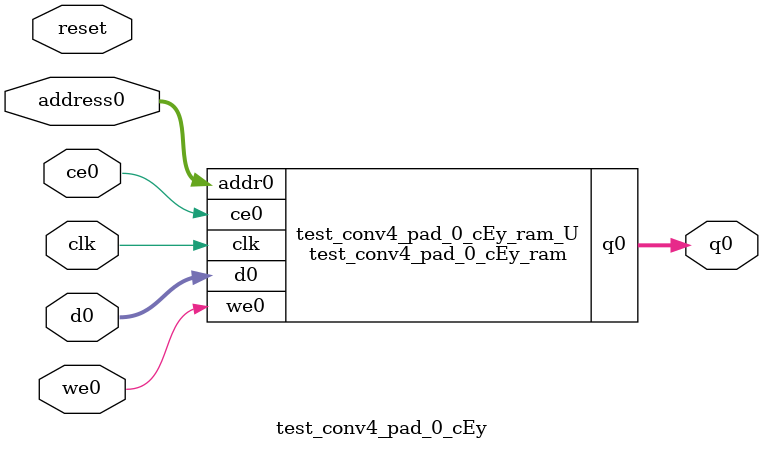
<source format=v>
`timescale 1 ns / 1 ps
module test_conv4_pad_0_cEy_ram (addr0, ce0, d0, we0, q0,  clk);

parameter DWIDTH = 4;
parameter AWIDTH = 10;
parameter MEM_SIZE = 924;

input[AWIDTH-1:0] addr0;
input ce0;
input[DWIDTH-1:0] d0;
input we0;
output reg[DWIDTH-1:0] q0;
input clk;

(* ram_style = "block" *)reg [DWIDTH-1:0] ram[0:MEM_SIZE-1];




always @(posedge clk)  
begin 
    if (ce0) begin
        if (we0) 
            ram[addr0] <= d0; 
        q0 <= ram[addr0];
    end
end


endmodule

`timescale 1 ns / 1 ps
module test_conv4_pad_0_cEy(
    reset,
    clk,
    address0,
    ce0,
    we0,
    d0,
    q0);

parameter DataWidth = 32'd4;
parameter AddressRange = 32'd924;
parameter AddressWidth = 32'd10;
input reset;
input clk;
input[AddressWidth - 1:0] address0;
input ce0;
input we0;
input[DataWidth - 1:0] d0;
output[DataWidth - 1:0] q0;



test_conv4_pad_0_cEy_ram test_conv4_pad_0_cEy_ram_U(
    .clk( clk ),
    .addr0( address0 ),
    .ce0( ce0 ),
    .we0( we0 ),
    .d0( d0 ),
    .q0( q0 ));

endmodule


</source>
